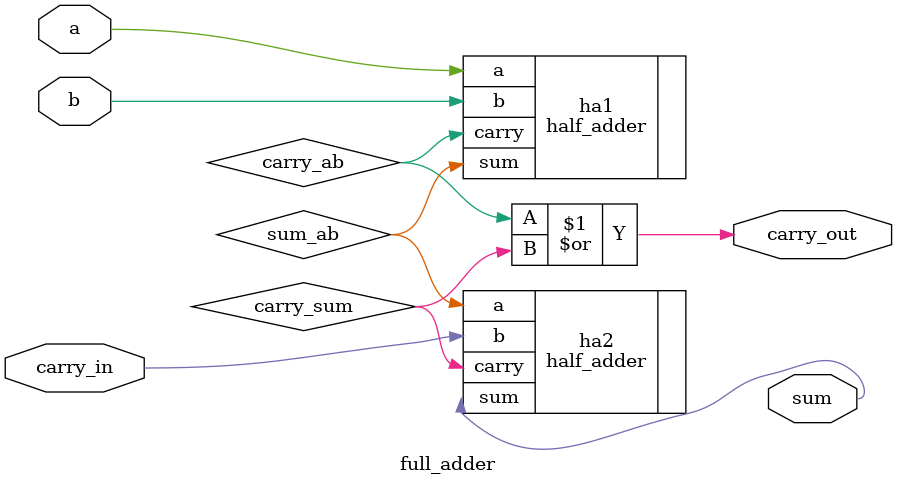
<source format=sv>
module full_adder(
    input logic a,
    input logic b,
    input logic carry_in,
    output logic sum,
    output logic carry_out
);

logic sum_ab;
logic carry_ab;
logic carry_sum;

half_adder ha1(
    .a(a),
    .b(b),
    .sum(sum_ab),
    .carry(carry_ab)
);

half_adder ha2(
    .a(sum_ab),
    .b(carry_in),
    .sum(sum),
    .carry(carry_sum)
);

assign carry_out = carry_ab | carry_sum;

endmodule
</source>
